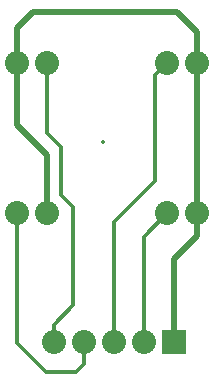
<source format=gtl>
%TF.GenerationSoftware,KiCad,Pcbnew,4.0.5-e0-6337~49~ubuntu16.04.1*%
%TF.CreationDate,2017-05-08T13:41:37-07:00*%
%TF.ProjectId,LDR-Board,4C44522D426F6172642E6B696361645F,1.0*%
%TF.FileFunction,Copper,L1,Top,Signal*%
%FSLAX46Y46*%
G04 Gerber Fmt 4.6, Leading zero omitted, Abs format (unit mm)*
G04 Created by KiCad (PCBNEW 4.0.5-e0-6337~49~ubuntu16.04.1) date Mon May  8 13:41:37 2017*
%MOMM*%
%LPD*%
G01*
G04 APERTURE LIST*
%ADD10C,0.350000*%
%ADD11R,2.032000X2.032000*%
%ADD12O,2.032000X2.032000*%
%ADD13C,2.032000*%
%ADD14C,0.508000*%
%ADD15C,0.330200*%
%ADD16C,0.350000*%
G04 APERTURE END LIST*
D10*
D11*
X25019000Y-83566000D03*
D12*
X22479000Y-83566000D03*
X19939000Y-83566000D03*
X17399000Y-83566000D03*
X14859000Y-83566000D03*
D13*
X11754981Y-59989073D03*
D12*
X14294981Y-59989073D03*
D13*
X26994981Y-72689073D03*
D12*
X24454981Y-72689073D03*
D13*
X14294981Y-72689073D03*
D12*
X11754981Y-72689073D03*
D13*
X26994981Y-59989073D03*
D12*
X24454981Y-59989073D03*
D14*
X25019000Y-83566000D02*
X25019000Y-76581000D01*
X25019000Y-76581000D02*
X26994981Y-74605019D01*
X26994981Y-74605019D02*
X26994981Y-72689073D01*
X11754981Y-59989073D02*
X11754981Y-56952019D01*
X11754981Y-56952019D02*
X13081000Y-55626000D01*
X13081000Y-55626000D02*
X25273000Y-55626000D01*
X25273000Y-55626000D02*
X26994981Y-57347981D01*
X26994981Y-57347981D02*
X26994981Y-59989073D01*
X14294981Y-67761981D02*
X14294981Y-72689073D01*
X11754981Y-65221981D02*
X14294981Y-67761981D01*
X11754981Y-59989073D02*
X11754981Y-65221981D01*
X26994981Y-67691000D02*
X26994981Y-72689073D01*
X26994981Y-59989073D02*
X26994981Y-67691000D01*
D15*
X22479000Y-83566000D02*
X22479000Y-74665054D01*
X22479000Y-74665054D02*
X24454981Y-72689073D01*
X23438982Y-69906018D02*
X19939000Y-73406000D01*
X19939000Y-73406000D02*
X19939000Y-83566000D01*
X24454981Y-59989073D02*
X23438982Y-61005072D01*
X23438982Y-61005072D02*
X23438982Y-69906018D01*
X16764000Y-86106000D02*
X17399000Y-85471000D01*
X17399000Y-85471000D02*
X17399000Y-83566000D01*
X14224000Y-86106000D02*
X16764000Y-86106000D01*
X11754981Y-83636981D02*
X14224000Y-86106000D01*
X11754981Y-72689073D02*
X11754981Y-83636981D01*
X14294981Y-59989073D02*
X14294981Y-65856981D01*
X15494000Y-67056000D02*
X15494000Y-71120000D01*
X14294981Y-65856981D02*
X15494000Y-67056000D01*
X15494000Y-71120000D02*
X16510000Y-72136000D01*
X16510000Y-72136000D02*
X16510000Y-80478160D01*
X16510000Y-80478160D02*
X14859000Y-82129160D01*
X14859000Y-82129160D02*
X14859000Y-83566000D01*
D16*
X25019000Y-83566000D03*
X22479000Y-83566000D03*
X19939000Y-83566000D03*
X17399000Y-83566000D03*
X14859000Y-83566000D03*
X11754981Y-59989073D03*
X14294981Y-59989073D03*
X26994981Y-72689073D03*
X24454981Y-72689073D03*
X14294981Y-72689073D03*
X11754981Y-72689073D03*
X26994981Y-59989073D03*
X24454981Y-59989073D03*
X19050000Y-66675000D03*
M02*

</source>
